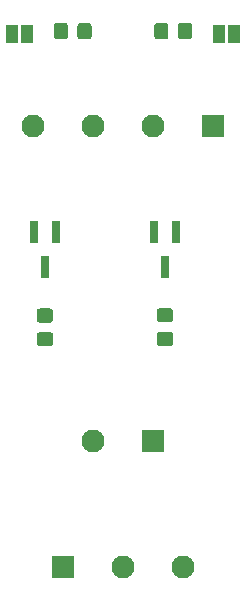
<source format=gbr>
%TF.GenerationSoftware,KiCad,Pcbnew,(5.1.10)-1*%
%TF.CreationDate,2021-08-23T16:29:52+02:00*%
%TF.ProjectId,Module,4d6f6475-6c65-42e6-9b69-6361645f7063,v01*%
%TF.SameCoordinates,Original*%
%TF.FileFunction,Soldermask,Top*%
%TF.FilePolarity,Negative*%
%FSLAX46Y46*%
G04 Gerber Fmt 4.6, Leading zero omitted, Abs format (unit mm)*
G04 Created by KiCad (PCBNEW (5.1.10)-1) date 2021-08-23 16:29:52*
%MOMM*%
%LPD*%
G01*
G04 APERTURE LIST*
%ADD10R,1.950000X1.950000*%
%ADD11C,1.950000*%
%ADD12R,0.800000X1.900000*%
%ADD13R,1.000000X1.500000*%
G04 APERTURE END LIST*
D10*
%TO.C,J1*%
X142494000Y-94742000D03*
D11*
X147574000Y-94742000D03*
X152654000Y-94742000D03*
%TD*%
D10*
%TO.C,J2*%
X155194000Y-57404000D03*
D11*
X150114000Y-57404000D03*
X145034000Y-57404000D03*
X139954000Y-57404000D03*
%TD*%
D12*
%TO.C,Q1*%
X152080000Y-66318000D03*
X150180000Y-66318000D03*
X151130000Y-69318000D03*
%TD*%
%TO.C,Q2*%
X140970000Y-69318000D03*
X140020000Y-66318000D03*
X141920000Y-66318000D03*
%TD*%
D10*
%TO.C,J3*%
X150114000Y-84074000D03*
D11*
X145034000Y-84074000D03*
%TD*%
%TO.C,R1*%
G36*
G01*
X150679999Y-72806000D02*
X151580001Y-72806000D01*
G75*
G02*
X151830000Y-73055999I0J-249999D01*
G01*
X151830000Y-73756001D01*
G75*
G02*
X151580001Y-74006000I-249999J0D01*
G01*
X150679999Y-74006000D01*
G75*
G02*
X150430000Y-73756001I0J249999D01*
G01*
X150430000Y-73055999D01*
G75*
G02*
X150679999Y-72806000I249999J0D01*
G01*
G37*
G36*
G01*
X150679999Y-74806000D02*
X151580001Y-74806000D01*
G75*
G02*
X151830000Y-75055999I0J-249999D01*
G01*
X151830000Y-75756001D01*
G75*
G02*
X151580001Y-76006000I-249999J0D01*
G01*
X150679999Y-76006000D01*
G75*
G02*
X150430000Y-75756001I0J249999D01*
G01*
X150430000Y-75055999D01*
G75*
G02*
X150679999Y-74806000I249999J0D01*
G01*
G37*
%TD*%
%TO.C,R2*%
G36*
G01*
X140519999Y-74822000D02*
X141420001Y-74822000D01*
G75*
G02*
X141670000Y-75071999I0J-249999D01*
G01*
X141670000Y-75772001D01*
G75*
G02*
X141420001Y-76022000I-249999J0D01*
G01*
X140519999Y-76022000D01*
G75*
G02*
X140270000Y-75772001I0J249999D01*
G01*
X140270000Y-75071999D01*
G75*
G02*
X140519999Y-74822000I249999J0D01*
G01*
G37*
G36*
G01*
X140519999Y-72822000D02*
X141420001Y-72822000D01*
G75*
G02*
X141670000Y-73071999I0J-249999D01*
G01*
X141670000Y-73772001D01*
G75*
G02*
X141420001Y-74022000I-249999J0D01*
G01*
X140519999Y-74022000D01*
G75*
G02*
X140270000Y-73772001I0J249999D01*
G01*
X140270000Y-73071999D01*
G75*
G02*
X140519999Y-72822000I249999J0D01*
G01*
G37*
%TD*%
D13*
%TO.C,JP1*%
X139461000Y-49593500D03*
X138161000Y-49593500D03*
%TD*%
%TO.C,JP2*%
X156987000Y-49593500D03*
X155687000Y-49593500D03*
%TD*%
%TO.C,R3*%
G36*
G01*
X141719500Y-49789501D02*
X141719500Y-48889499D01*
G75*
G02*
X141969499Y-48639500I249999J0D01*
G01*
X142669501Y-48639500D01*
G75*
G02*
X142919500Y-48889499I0J-249999D01*
G01*
X142919500Y-49789501D01*
G75*
G02*
X142669501Y-50039500I-249999J0D01*
G01*
X141969499Y-50039500D01*
G75*
G02*
X141719500Y-49789501I0J249999D01*
G01*
G37*
G36*
G01*
X143719500Y-49789501D02*
X143719500Y-48889499D01*
G75*
G02*
X143969499Y-48639500I249999J0D01*
G01*
X144669501Y-48639500D01*
G75*
G02*
X144919500Y-48889499I0J-249999D01*
G01*
X144919500Y-49789501D01*
G75*
G02*
X144669501Y-50039500I-249999J0D01*
G01*
X143969499Y-50039500D01*
G75*
G02*
X143719500Y-49789501I0J249999D01*
G01*
G37*
%TD*%
%TO.C,R4*%
G36*
G01*
X152228500Y-49789501D02*
X152228500Y-48889499D01*
G75*
G02*
X152478499Y-48639500I249999J0D01*
G01*
X153178501Y-48639500D01*
G75*
G02*
X153428500Y-48889499I0J-249999D01*
G01*
X153428500Y-49789501D01*
G75*
G02*
X153178501Y-50039500I-249999J0D01*
G01*
X152478499Y-50039500D01*
G75*
G02*
X152228500Y-49789501I0J249999D01*
G01*
G37*
G36*
G01*
X150228500Y-49789501D02*
X150228500Y-48889499D01*
G75*
G02*
X150478499Y-48639500I249999J0D01*
G01*
X151178501Y-48639500D01*
G75*
G02*
X151428500Y-48889499I0J-249999D01*
G01*
X151428500Y-49789501D01*
G75*
G02*
X151178501Y-50039500I-249999J0D01*
G01*
X150478499Y-50039500D01*
G75*
G02*
X150228500Y-49789501I0J249999D01*
G01*
G37*
%TD*%
M02*

</source>
